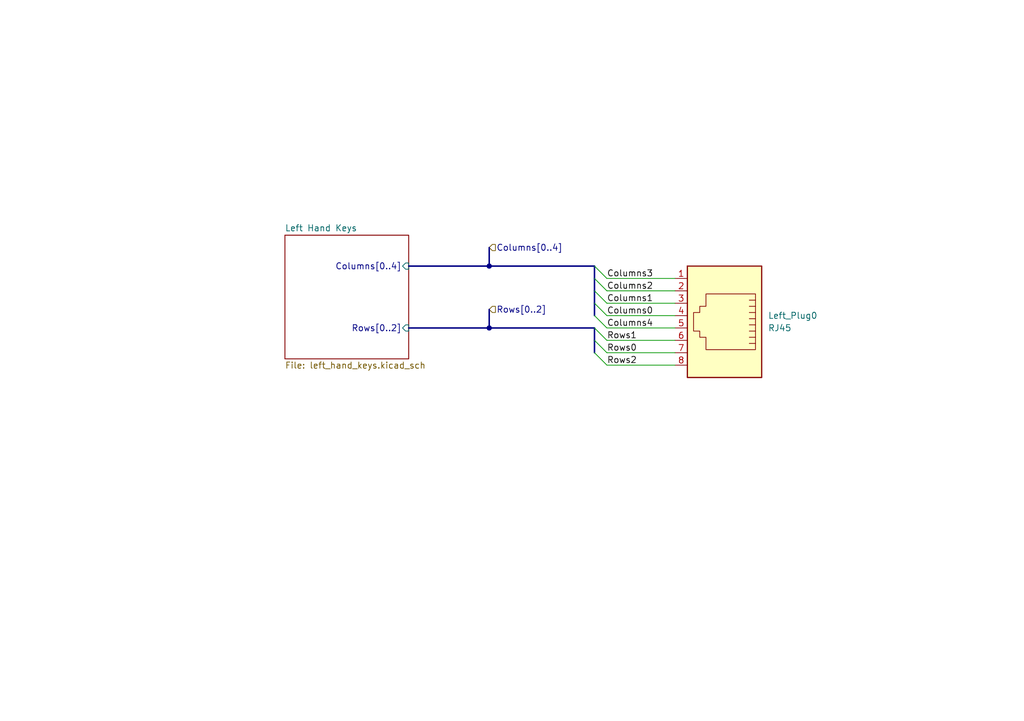
<source format=kicad_sch>
(kicad_sch (version 20250114) (generator "eeschema") (generator_version "9.0")
  (paper "A5")
  (title_block (title "Stenoswitch") (rev "0.1") (company "https://github.com/Bennett-Petzold/port_plover") (comment 1 "NO WARRANTY. See license.") (comment 2 "https://creativecommons.org/licenses/by-sa/4.0/") (comment 3 "© 2025. This work is openly licensed via CC BY-SA 4.0."))
  (lib_symbols
    (symbol "Connector:RJ45" (pin_names (offset 1.016))
      (property "Reference" "J" (at -5.08 13.97 0))
      (property "Value" "RJ45" (at 2.54 13.97 0))
      (symbol "RJ45_0_1"
        (polyline (pts (xy -6.35 1.905) (xy -5.08 1.905) (xy -5.08 1.905)))
        (polyline (pts (xy -6.35 0.635) (xy -5.08 0.635) (xy -5.08 0.635)))
        (polyline (pts (xy -6.35 -0.635) (xy -5.08 -0.635) (xy -5.08 -0.635)))
        (polyline (pts (xy -6.35 -1.905) (xy -5.08 -1.905) (xy -5.08 -1.905)))
        (polyline (pts (xy -6.35 -3.175) (xy -5.08 -3.175) (xy -5.08 -3.175)))
        (polyline (pts (xy -6.35 -4.445) (xy -6.35 6.985) (xy 3.81 6.985) (xy 3.81 4.445) (xy 5.08 4.445) (xy 5.08 3.175) (xy 6.35 3.175) (xy 6.35 -0.635) (xy 5.08 -0.635) (xy 5.08 -1.905) (xy 3.81 -1.905) (xy 3.81 -4.445) (xy -6.35 -4.445) (xy -6.35 -4.445)))
        (polyline (pts (xy -5.08 5.715) (xy -6.35 5.715)))
        (polyline (pts (xy -5.08 4.445) (xy -6.35 4.445)))
        (polyline (pts (xy -5.08 3.175) (xy -6.35 3.175) (xy -6.35 3.175)))
        (rectangle (start 7.62 12.7) (end -7.62 -10.16) (stroke (width 0.254)) (fill (type background)))
      )
      (symbol "RJ45_1_1"
        (pin passive line (at 10.16 10.16 180) (length 2.54) (name "~") (number "8"))
        (pin passive line (at 10.16 7.62 180) (length 2.54) (name "~") (number "7"))
        (pin passive line (at 10.16 5.08 180) (length 2.54) (name "~") (number "6"))
        (pin passive line (at 10.16 2.54 180) (length 2.54) (name "~") (number "5"))
        (pin passive line (at 10.16 0 180) (length 2.54) (name "~") (number "4"))
        (pin passive line (at 10.16 -2.54 180) (length 2.54) (name "~") (number "3"))
        (pin passive line (at 10.16 -5.08 180) (length 2.54) (name "~") (number "2"))
        (pin passive line (at 10.16 -7.62 180) (length 2.54) (name "~") (number "1"))
      )
    )
  )
  (junction (at 100.33 67.31))
  (junction (at 100.33 54.61))
  (bus_entry (at 121.92 72.39) (size 2.54 2.54))
  (bus_entry (at 121.92 57.15) (size 2.54 2.54))
  (bus_entry (at 121.92 69.85) (size 2.54 2.54))
  (bus_entry (at 121.92 64.77) (size 2.54 2.54))
  (bus_entry (at 121.92 67.31) (size 2.54 2.54))
  (bus_entry (at 121.92 59.69) (size 2.54 2.54))
  (bus_entry (at 121.92 62.23) (size 2.54 2.54))
  (bus_entry (at 121.92 54.61) (size 2.54 2.54))
  (wire (pts (xy 124.46 59.69) (xy 138.43 59.69)))
  (bus (pts (xy 121.92 57.15) (xy 121.92 59.69)))
  (bus (pts (xy 83.82 54.61) (xy 100.33 54.61)))
  (wire (pts (xy 124.46 72.39) (xy 138.43 72.39)))
  (wire (pts (xy 124.46 62.23) (xy 138.43 62.23)))
  (wire (pts (xy 124.46 57.15) (xy 138.43 57.15)))
  (bus (pts (xy 100.33 54.61) (xy 121.92 54.61)))
  (bus (pts (xy 83.82 67.31) (xy 100.33 67.31)))
  (bus (pts (xy 100.33 63.5) (xy 100.33 67.31)))
  (bus (pts (xy 121.92 54.61) (xy 121.92 57.15)))
  (bus (pts (xy 121.92 67.31) (xy 121.92 69.85)))
  (bus (pts (xy 121.92 62.23) (xy 121.92 64.77)))
  (wire (pts (xy 124.46 64.77) (xy 138.43 64.77)))
  (bus (pts (xy 100.33 67.31) (xy 121.92 67.31)))
  (wire (pts (xy 124.46 69.85) (xy 138.43 69.85)))
  (wire (pts (xy 124.46 74.93) (xy 138.43 74.93)))
  (bus (pts (xy 121.92 69.85) (xy 121.92 72.39)))
  (bus (pts (xy 121.92 59.69) (xy 121.92 62.23)))
  (bus (pts (xy 100.33 50.8) (xy 100.33 54.61)))
  (wire (pts (xy 124.46 67.31) (xy 138.43 67.31)))
  (label "Columns3" (at 124.46 57.15 0))
  (label "Rows2" (at 124.46 74.93 0))
  (label "Columns2" (at 124.46 59.69 0))
  (label "Columns0" (at 124.46 64.77 0))
  (label "Columns4" (at 124.46 67.31 0))
  (label "Columns1" (at 124.46 62.23 0))
  (label "Rows1" (at 124.46 69.85 0))
  (label "Rows0" (at 124.46 72.39 0))
  (hierarchical_label "Rows[0..2]" (shape input) (at 100.33 63.5 0))
  (hierarchical_label "Columns[0..4]" (shape input) (at 100.33 50.8 0))
  (symbol (lib_id "Connector:RJ45") (at 148.59 64.77 180) (unit 1)
    (property "Reference" "Left_Plug0" (at 157.48 64.7699 0) (effects (justify right)))
    (property "Value" "RJ45" (at 157.48 67.3099 0) (effects (justify right)))
    (property "Footprint" "custom:8P8C_942" (effects (hide yes)))
    (property "Description" "RJ connector, 8P8C (8 positions 8 connected)" (effects (hide yes)))
  )
  (sheet (at 58.42 48.26) (size 25.4 25.4) (stroke (width 0.1524))
    (property "Sheetname" "Left Hand Keys" (at 58.42 47.5484 0) (effects (justify left bottom)))
    (property "Sheetfile" "left_hand_keys.kicad_sch" (at 58.42 74.2446 0) (effects (justify left top)))
    (pin "Columns[0..4]" input (at 83.82 54.61 0))
    (pin "Rows[0..2]" input (at 83.82 67.31 0))
  )
)
</source>
